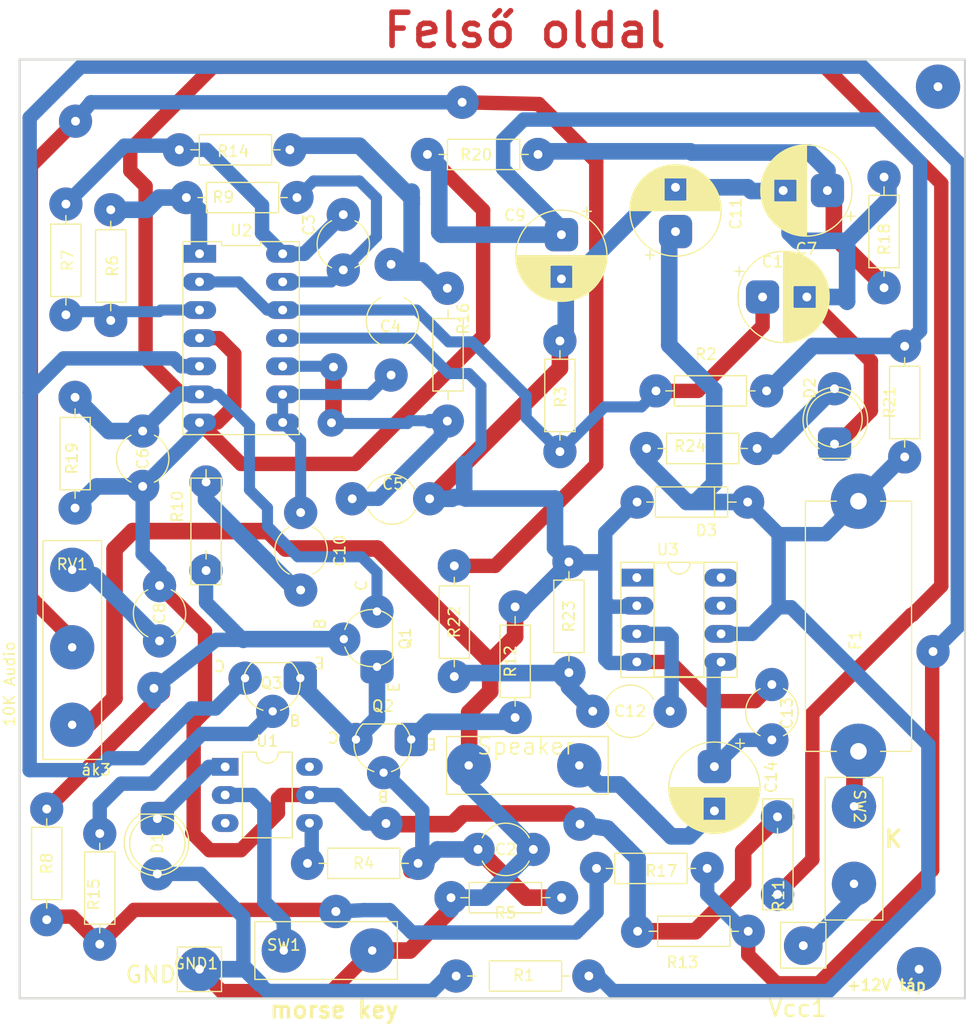
<source format=kicad_pcb>
(kicad_pcb (version 20221018) (generator pcbnew)
  (title_block (title "Sidetone-morse-voice-generator") (date "2024-02-06") (rev "0"))
  (layers (0 "F.Cu" signal) (31 "B.Cu" signal) (34 "B.Paste" user) (35 "F.Paste" user) (36 "B.SilkS" user "B.Silkscreen") (37 "F.SilkS" user "F.Silkscreen") (38 "B.Mask" user) (39 "F.Mask" user) (44 "Edge.Cuts" user))
  (net 0 "")
  (net 1 "GNDD")
  (net 2 "Net-(U2D--)")
  (net 3 "Net-(C4-Pad2)")
  (net 4 "VCC")
  (net 5 "Net-(4-8ohm1-Pad1)")
  (net 6 "Net-(SW2A-A)")
  (net 7 "Net-(Q1-E)")
  (net 8 "Net-(R4-Pad1)")
  (net 9 "Net-(D2-A)")
  (footprint "000_Other_Device:Kapcsolo_Pad_Group_2Pin_P7mm" (layer "F.Cu") (at 180.743045 119.713678 -90)
    (fp_text reference "SW2")
    (fp_text value "On/off")
  )
  (footprint "000_Capacitor:C_Radial_Ceramic_D4.5mm_P5.00mm" (layer "F.Cu") (at 146.74984 123.604873)
    (fp_text reference "C2")
    (fp_text value "20nF")
  )
  (footprint "000_Capacitor:C_Radial_Ceramic_D4.5mm_P5.00mm" (layer "F.Cu") (at 116.422968 85.809106 -90)
    (fp_text reference "C6")
    (fp_text value "10nF")
  )
  (footprint "000_Resistor:R_Axial_L6.3mm_D2.5mm_P10.0mm_Horizontal" (layer "F.Cu") (at 144.600644 97.988043 -90)
    (fp_text reference "R22")
    (fp_text value "15K")
  )
  (footprint "000_IC:DIP-14_LM324" (layer "F.Cu") (at 125.322726 77.41613 -90)
    (fp_text reference "U2")
    (fp_text value "LM324")
  )
  (footprint "000_Diode:LED_D5.0mm_P5.0_Clear" (layer "F.Cu") (at 178.984282 86.98656 90)
    (fp_text reference "D2")
    (fp_text value "Power (Green)")
  )
  (footprint "000_Capacitor:C_Radial_Ceramic_D4.5mm_P5.00mm" (layer "F.Cu") (at 130.708565 93.173503 -90)
    (fp_text reference "C10")
    (fp_text value "100nF")
  )
  (footprint "000_Capacitor:CP_Radial_Elektrolit_D8.0mm_P4.0mm_H12" (layer "F.Cu") (at 168.120967 116.126121 -90)
    (fp_text reference "C14")
    (fp_text value "100uF/16V")
  )
  (footprint "000_Transistor:TO-92_Kis_Muanyag_Hazas_Transistor" (layer "F.Cu") (at 137.610415 107.10758 90)
    (fp_text reference "Q1")
    (fp_text value "2N3904")
  )
  (footprint "000_Capacitor:CP_Radial_Elektrolit_D8.0mm_P4.0mm_H12" (layer "F.Cu") (at 172.47896 73.698186)
    (fp_text reference "C1")
    (fp_text value "100uF/16V")
  )
  (footprint "000_Resistor:R_Axial_L6.3mm_D2.5mm_P10.0mm_Horizontal" (layer "F.Cu") (at 171.13035 92.225684 180)
    (fp_text reference "D3")
    (fp_text value "1N4001")
  )
  (footprint "000_Other_Device:+Vcc" (layer "F.Cu") (at 176.159094 132.30012)
    (fp_text reference "Vcc1")
    (fp_text value "~")
  )
  (footprint "000_Resistor:Potenciometer_4Pin_P7mm" (layer "F.Cu") (at 110.048457 98.34688)
    (fp_text reference "RV1")
    (fp_text value "10K Audio")
  )
  (footprint "000_Resistor:R_Axial_L6.3mm_D2.5mm_P10.0mm_Horizontal" (layer "F.Cu") (at 113.535471 65.818378 -90)
    (fp_text reference "R6")
    (fp_text value "100K")
  )
  (footprint "000_Resistor:R_Axial_L6.3mm_D2.5mm_P10.0mm_Horizontal" (layer "F.Cu") (at 168.588925 79.780778 180)
    (fp_text reference "R2")
    (fp_text value "10 K")
  )
  (footprint "000_Resistor:R_Axial_L6.3mm_D2.5mm_P10.0mm_Horizontal" (layer "F.Cu") (at 173.828383 120.666682 -90)
    (fp_text reference "R11")
    (fp_text value "22 K")
  )
  (footprint "000_Capacitor:CP_Radial_Elektrolit_D8.0mm_P4.0mm_H12" (layer "F.Cu") (at 164.603632 67.789187 90)
    (fp_text reference "C11")
    (fp_text value "100uF/16V")
  )
  (footprint "000_Resistor:R_Axial_L6.3mm_D2.5mm_P10.0mm_Horizontal" (layer "F.Cu") (at 161.984638 87.38472)
    (fp_text reference "R24")
    (fp_text value "1K")
  )
  (footprint "000_Other_Device:GND" (layer "F.Cu") (at 121.553917 134.428221)
    (fp_text reference "GND1")
    (fp_text value "~")
  )
  (footprint "000_Resistor:R_Axial_L6.3mm_D2.5mm_P10.0mm_Horizontal" (layer "F.Cu") (at 110.309461 82.765955 -90)
    (fp_text reference "R19")
    (fp_text value "10K")
  )
  (footprint "000_Other_Device:Fuseholder_22x10mm_Horizontal" (layer "F.Cu") (at 181.147118 92.14518 -90)
    (fp_text reference "F1")
    (fp_text value "1A")
  )
  (footprint "000_Resistor:R_Axial_L6.3mm_D2.5mm_P10.0mm_Horizontal" (layer "F.Cu") (at 112.541402 132.175092 90)
    (fp_text reference "R15")
    (fp_text value "330")
  )
  (footprint "000_Resistor:R_Axial_L6.3mm_D2.5mm_P10.0mm_Horizontal" (layer "F.Cu") (at 150.051694 125.565134 180)
    (fp_text reference "R5")
    (fp_text value "220 K")
  )
  (footprint "000_Resistor:R_Axial_L6.3mm_D2.5mm_P10.0mm_Horizontal" (layer "F.Cu") (at 142.171406 60.819605)
    (fp_text reference "R20")
    (fp_text value "10K")
  )
  (footprint "000_Resistor:R_Axial_L6.3mm_D2.5mm_P10.0mm_Horizontal" (layer "F.Cu") (at 107.745951 129.955298 90)
    (fp_text reference "R8")
    (fp_text value "330")
  )
  (footprint "000_Transistor:TO-92_Kis_Muanyag_Hazas_Transistor" (layer "F.Cu") (at 130.679481 108.134089 180)
    (fp_text reference "Q3")
    (fp_text value "2N3904")
  )
  (footprint "000_Capacitor:CP_Radial_Elektrolit_D8.0mm_P4.0mm_H12" (layer "F.Cu") (at 154.286942 68.069395 -90)
    (fp_text reference "C9")
    (fp_text value "100uF/16V")
  )
  (footprint "000_Diode:LED_D5.0mm_P5.0_Clear" (layer "F.Cu") (at 117.746979 120.816214 -90)
    (fp_text reference "D1")
    (fp_text value "Red")
  )
  (footprint "000_Resistor:R_Axial_L6.3mm_D2.5mm_P10.0mm_Horizontal" (layer "F.Cu") (at 185.326997 78.147339 -90)
    (fp_text reference "R21")
    (fp_text value "10")
  )
  (footprint "000_Resistor:R_Axial_L6.3mm_D2.5mm_P10.0mm_Horizontal" (layer "F.Cu") (at 154.967318 107.630072 90)
    (fp_text reference "R23")
    (fp_text value "1K")
  )
  (footprint "000_Resistor:R_Axial_L6.3mm_D2.5mm_P10.0mm_Horizontal" (layer "F.Cu") (at 143.968773 72.910607 -90)
    (fp_text reference "R16")
    (fp_text value "33K")
  )
  (footprint "000_Resistor:R_Axial_L6.3mm_D2.5mm_P10.0mm_Horizontal" (layer "F.Cu") (at 144.768496 135.043813)
    (fp_text reference "R1")
    (fp_text value "750")
  )
  (footprint "000_Resistor:R_Axial_L6.3mm_D2.5mm_P10.0mm_Horizontal" (layer "F.Cu") (at 131.327418 124.865887)
    (fp_text reference "R4")
    (fp_text value "220 K")
  )
  (footprint "000_Resistor:R_Axial_L6.3mm_D2.5mm_P10.0mm_Horizontal" (layer "F.Cu") (at 119.734665 60.400678)
    (fp_text reference "R14")
    (fp_text value "33K")
  )
  (footprint "000_Resistor:R_Axial_L6.3mm_D2.5mm_P10.0mm_Horizontal" (layer "F.Cu") (at 150.101385 111.693281 90)
    (fp_text reference "R12")
    (fp_text value "22 K")
  )
  (footprint "000_Resistor:R_Axial_L6.3mm_D2.5mm_P10.0mm_Horizontal" (layer "F.Cu") (at 161.178794 131.00135)
    (fp_text reference "R13")
    (fp_text value "22 K")
  )
  (footprint "000_Resistor:R_Axial_L6.3mm_D2.5mm_P10.0mm_Horizontal" (layer "F.Cu") (at 109.480375 65.305297 -90)
    (fp_text reference "R7")
    (fp_text value "47K")
  )
  (footprint "000_Resistor:R_Axial_L6.3mm_D2.5mm_P10.0mm_Horizontal" (layer "F.Cu") (at 183.462339 72.864141 90)
    (fp_text reference "R18")
    (fp_text value "10K")
  )
  (footprint "000_IC:DIP-8_W7.62mm_Socket_LongPads" (layer "F.Cu") (at 161.105255 99.052268)
    (fp_text reference "U3")
    (fp_text value "LM386")
  )
  (footprint "000_Resistor:R_Axial_L6.3mm_D2.5mm_P10.0mm_Horizontal" (layer "F.Cu") (at 154.152687 87.670682 90)
    (fp_text reference "R3")
    (fp_text value "10 K")
  )
  (footprint "000_Resistor:R_Axial_L6.3mm_D2.5mm_P10.0mm_Horizontal" (layer "F.Cu") (at 122.155786 98.411625 90)
    (fp_text reference "R10")
    (fp_text value "10K")
  )
  (footprint "000_Capacitor:CP_Radial_Elektrolit_D8.0mm_P4.0mm_H12" (layer "F.Cu") (at 178.339318 64.080788 180)
    (fp_text reference "C7")
    (fp_text value "100uF/16V")
  )
  (footprint "000_Capacitor:C_Radial_Ceramic_D4.5mm_P5.00mm" (layer "F.Cu") (at 117.947356 99.771272 -90)
    (fp_text reference "C8")
    (fp_text value "100nF")
  )
  (footprint "000_Capacitor:C_Radial_Ceramic_D4.5mm_P5.00mm" (layer "F.Cu") (at 173.315554 113.710216 90)
    (fp_text reference "C13")
    (fp_text value "200nF")
  )
  (footprint "000_Capacitor:C_Radial_Ceramic_D4.5mm_P5.00mm" (layer "F.Cu") (at 134.562726 66.25613 -90)
    (fp_text reference "C3")
    (fp_text value "10 nF" hide)
  )
  (footprint "000_Resistor:R_Axial_L6.3mm_D2.5mm_P10.0mm_Horizontal" (layer "F.Cu") (at 120.372726 64.71613)
    (fp_text reference "R9")
    (fp_text value "100K" hide)
  )
  (footprint "000_Capacitor:C_Radial_Ceramic_D4.5mm_P5.00mm" (layer "F.Cu") (at 138.887186 80.752698 90)
    (fp_text reference "C4")
    (fp_text value "20nF")
  )
  (footprint "000_Other_Device:Morse_Key_Pad_Group_2Pin_P7mm" (layer "F.Cu") (at 129.180025 132.741698)
    (fp_text reference "SW1")
    (fp_text value "morse key" hide)
  )
  (footprint "000_Transistor:TO-92_Kis_Muanyag_Hazas_Transistor" (layer "F.Cu") (at 140.708565 113.673503 180)
    (fp_text reference "Q2")
    (fp_text value "2N3904")
  )
  (footprint "000_IC:DIP-6_W7.62mm_LongPads" (layer "F.Cu") (at 123.883565 116.148503)
    (fp_text reference "U1")
    (fp_text value "4N35")
  )
  (footprint "000_Other_Device:Hangszoro" (layer "F.Cu") (at 155.903616 116.016911 180)
    (fp_text reference "4-8ohm1" hide)
    (fp_text value "Speaker")
  )
  (footprint "000_Resistor:R_Axial_L6.3mm_D2.5mm_P10.0mm_Horizontal" (layer "F.Cu") (at 167.463245 125.322662 180)
    (fp_text reference "R17")
    (fp_text value "10K")
  )
  (footprint "000_Capacitor:C_Radial_Ceramic_D4.5mm_P5.00mm" (layer "F.Cu") (at 157.120967 111.126121)
    (fp_text reference "C12")
    (fp_text value "100nF")
  )
  (footprint "000_Capacitor:C_Radial_Ceramic_D4.5mm_P5.00mm" (layer "F.Cu") (at 135.370586 91.927904)
    (fp_text reference "C5")
    (fp_text value "10nF")
  )
  (gr_rect (start 105.296721 52.243716) (end 190.783333 137.05472) (stroke (width 0.2)) (fill none) (layer "Edge.Cuts"))
  (gr_text "Felső oldal" (at 137.931416 51.367277) (layer "F.Cu") (effects (font (size 3 3) (thickness 0.5) bold) (justify left bottom)))
  (gr_text "morse key" (at 127.769296 138.974761) (layer "F.SilkS") (effects (font (size 1.5 1.5) (thickness 0.3) bold) (justify left bottom)))
  (gr_text "GND" (at 114.743534 135.78961) (layer "F.SilkS") (effects (font (size 1.5 1.5) (thickness 0.2) bold) (justify left bottom)))
  (gr_text "+12V táp" (at 179.969277 136.460887) (layer "F.SilkS") (effects (font (size 1 1) (thickness 0.2) bold) (justify left bottom)))
  (gr_text "K" (at 183.353045 123.543678) (layer "F.SilkS") (effects (font (size 1.5 1.5) (thickness 0.3) bold) (justify left bottom)))
  (gr_text "ák3" (at 110.780967 116.993503) (layer "F.SilkS") (effects (font (size 1 1)) (justify left bottom)))
  (via (at 188.341527 54.699263) (size 4) (drill 0.8) (layers "F.Cu" "B.Cu") (net 0))
  (via (at 186.629326 134.427978) (size 4) (drill 0.8) (layers "F.Cu" "B.Cu") (net 0))
  (segment (start 151.110101 127.965134) (end 146.74984 123.604873) (width 1.5) (layer "F.Cu") (net 1))
  (segment (start 154.680063 72.462516) (end 154.286942 72.069395) (width 1.5) (layer "F.Cu") (net 1))
  (segment (start 178.923618 68.178024) (end 183.462339 72.716745) (width 1.5) (layer "F.Cu") (net 1))
  (segment (start 161.759068 87.254086) (end 161.688254 87.183272) (width 1.5) (layer "F.Cu") (net 1))
  (segment (start 155.968361 121.326008) (end 156.204911 121.714228) (width 1.5) (layer "F.Cu") (net 1))
  (segment (start 116.685471 63.68518) (end 116.685471 79.243698) (width 1.3) (layer "F.Cu") (net 1))
  (segment (start 166.631824 82.180778) (end 162.838925 82.180778) (width 1.3) (layer "F.Cu") (net 1))
  (segment (start 133.741895 129.067328) (end 115.649166 129.067328) (width 1.3) (layer "F.Cu") (net 1))
  (segment (start 115.300778 60.379792) (end 115.300778 62.300487) (width 1.3) (layer "F.Cu") (net 1))
  (segment (start 154.967318 97.630072) (end 155.010749 97.673503) (width 1.5) (layer "F.Cu") (net 1))
  (segment (start 138.208565 116.673503) (end 138.303319 116.673503) (width 1.3) (layer "F.Cu") (net 1))
  (segment (start 122.058565 103.882481) (end 122.058565 111.133929) (width 1.3) (layer "F.Cu") (net 1))
  (segment (start 176.978383 111.347951) (end 185.914039 102.412295) (width 1.3) (layer "F.Cu") (net 1))
  (segment (start 135.646703 88.777904) (end 125.3045 88.777904) (width 1.3) (layer "F.Cu") (net 1))
  (segment (start 173.828383 120.666682) (end 170.722016 123.773049) (width 1.5) (layer "F.Cu") (net 1))
  (segment (start 154.286942 68.069395) (end 154.991211 67.365126) (width 1.5) (layer "F.Cu") (net 1))
  (segment (start 111.330543 112.488108) (end 113.879145 109.939506) (width 1.5) (layer "F.Cu") (net 1))
  (segment (start 167.659835 110.210216) (end 164.121887 106.672268) (width 1.3) (layer "F.Cu") (net 1))
  (segment (start 170.722016 126.675876) (end 166.396542 131.00135) (width 1.5) (layer "F.Cu") (net 1))
  (segment (start 181.147118 92.09997) (end 181.147118 92.14518) (width 1.5) (layer "F.Cu") (net 1))
  (segment (start 157.436942 88.8412) (end 157.436942 61.462422) (width 1.3) (layer "F.Cu") (net 1))
  (segment (start 168.725255 106.672268) (end 169.186077 106.672268) (width 1.3) (layer "F.Cu") (net 1))
  (segment (start 122.468742 123.678503) (end 125.298388 123.678503) (width 1.3) (layer "F.Cu") (net 1))
  (segment (start 173.315554 108.710216) (end 171.815554 110.210216) (width 1.3) (layer "F.Cu") (net 1))
  (segment (start 121.562726 77.41613) (end 123.294112 77.41613) (width 1.3) (layer "F.Cu") (net 1))
  (segment (start 164.603632 67.789187) (end 164.037976 68.354843) (width 1.5) (layer "F.Cu") (net 1))
  (segment (start 182.270967 83.976121) (end 179.260528 86.98656) (width 1.3) (layer "F.Cu") (net 1))
  (segment (start 144.43251 121.326008) (end 138.810916 121.326008) (width 1.5) (layer "F.Cu") (net 1))
  (segment (start 188.633333 63.432966) (end 178.094083 52.893716) (width 1.3) (layer "F.Cu") (net 1))
  (segment (start 157.436942 61.462422) (end 152.236525 56.262005) (width 1.3) (layer "F.Cu") (net 1))
  (segment (start 124.712726 83.510953) (end 123.187549 85.03613) (width 1.3) (layer "F.Cu") (net 1))
  (segment (start 113.565311 110.25334) (end 113.879145 109.939506) (width 1.5) (layer "F.Cu") (net 1))
  (segment (start 172.47896 73.698186) (end 172.47896 76.333642) (width 1.3) (layer "F.Cu") (net 1))
  (segment (start 170.812861 131.00135) (end 171.178794 131.00135) (width 1.3) (layer "F.Cu") (net 1))
  (segment (start 164.121887 106.672268) (end 161.105255 106.672268) (width 1.3) (layer "F.Cu") (net 1))
  (segment (start 152.171406 60.819605) (end 152.451824 60.539187) (width 1.5) (layer "F.Cu") (net 1))
  (segment (start 142.171406 60.819605) (end 147.208659 65.856858) (width 1.3) (layer "F.Cu") (net 1))
  (segment (start 117.440124 109.056455) (end 118.249437 109.488089) (width 1.3) (layer "F.Cu") (net 1))
  (segment (start 178.923618 64.665088) (end 178.923618 68.178024) (width 1.5) (layer "F.Cu") (net 1))
  (segment (start 182.270967 79.490193) (end 182.270967 83.976121) (width 1.3) (layer "F.Cu") (net 1))
  (segment (start 115.300778 62.300487) (end 116.685471 63.68518) (width 1.3) (layer "F.Cu") (net 1))
  (segment (start 173.828383 127.666682) (end 176.978383 124.516682) (width 1.3) (layer "F.Cu") (net 1))
  (segment (start 171.178794 131.00135) (end 171.178794 133.146878) (width 1.3) (layer "F.Cu") (net 1))
  (segment (start 172.47896 76.333642) (end 166.631824 82.180778) (width 1.3) (layer "F.Cu") (net 1))
  (segment (start 121.033565 112.158929) (end 121.033565 122.243326) (width 1.3) (layer "F.Cu") (net 1))
  (segment (start 113.879145 96.496561) (end 115.52506 94.850646) (width 1.5) (layer "F.Cu") (net 1))
  (segment (start 128.653565 120.323326) (end 128.653565 119.038503) (width 1.3) (layer "F.Cu") (net 1))
  (segment (start 170.722016 123.773049) (end 170.722016 126.675876) (width 1.5) (layer "F.Cu") (net 1))
  (segment (start 154.286942 67.389914) (end 154.286942 68.069395) (width 1.3) (layer "F.Cu") (net 1))
  (segment (start 117.947356 99.771272) (end 122.058565 103.882481) (width 1.3) (layer "F.Cu") (net 1))
  (segment (start 106.309126 61.856775) (end 106.309126 100.868881) (width 1.3) (layer "F.Cu") (net 1))
  (segment (start 119.734665 60.400678) (end 119.363478 60.029491) (width 1.3) (layer "F.Cu") (net 1))
  (segment (start 115.649166 129.067328) (end 112.541402 132.175092) (width 1.3) (layer "F.Cu") (net 1))
  (segment (start 154.967318 97.630072) (end 154.967318 97.736659) (width 1.5) (layer "F.Cu") (net 1))
  (segment (start 133.675323 80.023102) (end 133.675323 84.884049) (width 1.5) (layer "F.Cu") (net 1))
  (segment (start 154.301694 127.965134) (end 151.110101 127.965134) (width 1.5) (layer "F.Cu") (net 1))
  (segment (start 173.732036 135.70012) (end 177.576128 135.70012) (width 1.3) (layer "F.Cu") (net 1))
  (segment (start 176.978383 124.516682) (end 176.978383 111.347951) (width 1.3) (layer "F.Cu") (net 1))
  (segment (start 110.350014 57.815887) (end 106.309126 61.856775) (width 1.3) (layer "F.Cu") (net 1))
  (segment (start 122.468742 123.678503) (end 120.896979 122.10674) (width 1.3) (layer "F.Cu") (net 1))
  (segment (start 147.850644 106.641848) (end 147.850644 109.334238) (width 1.5) (layer "F.Cu") (net 1))
  (segment (start 147.850644 109.334238) (end 145.946839 111.238043) (width 1.5) (layer "F.Cu") (net 1))
  (segment (start 154.152687 80.145803) (end 142.370586 91.927904) (width 1.5) (layer "F.Cu") (net 1))
  (segment (start 144.600644 97.988043) (end 148.290099 97.988043) (width 1.3) (layer "F.Cu") (net 1))
  (segment (start 141.327418 124.865887) (end 141.815649 124.865887) (width 1.5) (layer "F.Cu") (net 1))
  (segment (start 174.339318 64.080788) (end 174.923618 64.665088) (width 1.5) (layer "F.Cu") (net 1))
  (segment (start 157.472016 125.329681) (end 157.600577 125.458242) (width 1.5) (layer "F.Cu") (net 1))
  (segment (start 183.854318 63.25612) (end 183.462339 62.864141) (width 1.5) (layer "F.Cu") (net 1))
  (segment (start 123.530416 136.40472) (end 121.553917 134.428221) (width 1.3) (layer "F.Cu") (net 1))
  (segment (start 116.685471 79.243698) (end 119.847903 82.40613) (width 1.3) (layer "F.Cu") (net 1))
  (segment (start 121.552726 69.78613) (end 121.562726 69.78613) (width 1.5) (layer "F.Cu") (net 1))
  (segment (start 176.47896 73.698186) (end 182.270967 79.490193) (width 1.3) (layer "F.Cu") (net 1))
  (segment (start 188.633333 99.803019) (end 188.633333 63.432966) (width 1.3) (layer "F.Cu") (net 1))
  (segment (start 129.36237 96.423503) (end 137.632299 96.423503) (width 1.5) (layer "F.Cu") (net 1))
  (segment (start 145.403645 120.354873) (end 144.43251 121.326008) (width 1.5) (layer "F.Cu") (net 1))
  (segment (start 113.879145 109.939506) (end 113.879145 96.496561) (width 1.5) (layer "F.Cu") (net 1))
  (segment (start 122.786854 52.893716) (end 115.300778 60.379792) (width 1.3) (layer "F.Cu") (net 1))
  (segment (start 106.309126 100.868881) (end 110.048457 104.608212) (width 1.3) (layer "F.Cu") (net 1))
  (segment (start 152.236525 56.262005) (end 145.312354 56.106617) (width 1.3) (layer "F.Cu") (net 1))
  (segment (start 127.789513 94.850646) (end 129.36237 96.423503) (width 1.5) (layer "F.Cu") (net 1))
  (segment (start 164.255255 110.991833) (end 164.120967 111.126121) (width 1.3) (layer "F.Cu") (net 1))
  (segment (start 166.396542 131.00135) (end 161.178794 131.00135) (width 1.5) (layer "F.Cu") (net 1))
  (segment (start 185.326997 88.147339) (end 185.099749 88.147339) (width 1.5) (layer "F.Cu") (net 1))
  (segment (start 171.178794 133.146878) (end 173.732036 135.70012) (width 1.3) (layer "F.Cu") (net 1))
  (segment (start 148.290099 97.988043) (end 157.436942 88.8412) (width 1.3) (layer "F.Cu") (net 1))
  (segment (start 110.047998 129.681688) (end 108.019561 129.681688) (width 1.3) (layer "F.Cu") (net 1))
  (segment (start 110.350014 57.815887) (end 110.116932 57.738193) (width 1.3) (layer "F.Cu") (net 1))
  (segment (start 182.062955 93.061017) (end 181.147118 92.14518) (width 1.5) (layer "F.Cu") (net 1))
  (segment (start 115.52506 94.850646) (end 127.789513 94.850646) (width 1.5) (layer "F.Cu") (net 1))
  (segment (start 130.283944 100.173503) (end 130.708565 100.173503) (width 1.5) (layer "F.Cu") (net 1))
  (segment (start 145.946839 111.238043) (end 145.946839 116.138502) (width 1.5) (layer "F.Cu") (net 1))
  (segment (start 109.480375 75.305297) (end 109.760074 75.025598) (width 1) (layer "F.Cu") (net 1))
  (segment (start 123.294112 77.41613) (end 124.712726 78.834744) (width 1.3) (layer "F.Cu") (net 1))
  (segment (start 157.120967 111.085905) (end 157.120967 111.126121) (width 1.5) (layer "F.Cu") (net 1))
  (segment (start 187.813208 125.46304) (end 187.813208 105.806436) (width 1.3) (layer "F.Cu") (net 1))
  (segment (start 124.712726 78.834744) (end 124.712726 83.510953) (width 1.3) (layer "F.Cu") (net 1))
  (segment (start 121.562726 79.95613) (end 121.372551 79.765955) (width 1) (layer "F.Cu") (net 1))
  (segment (start 150.101385 101.693281) (end 150.101385 104.391107) (width 1.5) (layer "F.Cu") (net 1))
  (segment (start 122.058565 111.133929) (end 121.033565 112.158929) (width 1.3) (layer "F.Cu") (net 1))
  (segment (start 112.742691 75.025598) (end 113.535471 75.818378) (width 1) (layer "F.Cu") (net 1))
  (segment (start 185.326997 78.147339) (end 185.305779 78.126121) (width 1.5) (layer "F.Cu") (net 1))
  (segment (start 125.3045 88.777904) (end 121.562726 85.03613) (width 1.3) (layer "F.Cu") (net 1))
  (segment (start 131.503565 118.688503) (end 129.003565 118.688503) (width 1.3) (layer "F.Cu") (net 1))
  (segment (start 147.208659 77.215948) (end 135.646703 88.777904) (width 1.3) (layer "F.Cu") (net 1))
  (segment (start 154.997226 120.354873) (end 145.403645 120.354873) (width 1.5) (layer "F.Cu") (net 1))
  (segment (start 168.058565 116.063719) (end 168.120967 116.126121) (width 1.3) (layer "F.Cu") (net 1))
  (segment (start 185.914039 102.412295) (end 186.024057 102.412295) (width 1.3) (layer "F.Cu") (net 1))
  (segment (start 117.440124 110.261125) (end 107.745951 119.955298) (width 1.3) (layer "F.Cu") (net 1))
  (segment (start 147.208659 65.856858) (end 147.208659 77.215948) (width 1.3) (layer "F.Cu") (net 1))
  (segment (start 144.301694 129.017197) (end 140.577193 132.741698) (width 1.5) (layer "F.Cu") (net 1))
  (segment (start 161.688254 87.183272) (end 161.688254 88.290629) (width 1.5) (layer "F.Cu") (net 1))
  (segment (start 186.024057 102.412295) (end 188.633333 99.803019) (width 1.3) (layer "F.Cu") (net 1))
  (segment (start 154.152687 77.670682) (end 154.152687 80.145803) (width 1.5) (layer "F.Cu") (net 1))
  (segment (start 178.094083 52.893716) (end 122.786854 52.893716) (width 1.3) (layer "F.Cu") (net 1))
  (segment (start 121.033565 122.243326) (end 122.468742 123.678503) (width 1.3) (layer "F.Cu") (net 1))
  (segment (start 112.541402 132.175092) (end 110.047998 129.681688) (width 1.3) (layer "F.Cu") (net 1))
  (segment (start 154.152687 77.670682) (end 154.680063 77.143306) (width 1.5) (layer "F.Cu") (net 1))
  (segment (start 141.327418 124.865887) (end 140.628616 125.564689) (width 1.3) (layer "F.Cu") (net 1))
  (segment (start 150.101385 104.391107) (end 147.850644 106.641848) (width 1.5) (layer "F.Cu") (net 1))
  (segment (start 133.517003 136.40472) (end 123.530416 136.40472) (width 1.3) (layer "F.Cu") (net 1))
  (segment (start 121.512242 69.745646) (end 121.552726 69.78613) (width 1.5) (layer "F.Cu") (net 1))
  (segment (start 172.838925 82.180778) (end 172.838925 82.047393) (width 1.3) (layer "F.Cu") (net 1))
  (segment (start 137.180025 132.741698) (end 133.517003 136.40472) (width 1.3) (layer "F.Cu") (net 1))
  (segment (start 171.815554 110.210216) (end 167.659835 110.210216) (width 1.3) (layer "F.Cu") (net 1))
  (segment (start 151.010696 101.693281) (end 150.101385 101.693281) (width 1.5) (layer "F.Cu") (net 1))
  (segment (start 137.632299 96.423503) (end 147.850644 106.641848) (width 1.5) (layer "F.Cu") (net 1))
  (segment (start 154.967318 107.630072) (end 154.923887 107.673503) (width 1.5) (layer "F.Cu") (net 1))
  (segment (start 163.568096 63.789187) (end 164.603632 63.789187) (width 1.5) (layer "F.Cu") (net 1))
  (segment (start 144.915184 107.673503) (end 144.600644 107.988043) (width 1.5) (layer "F.Cu") (net 1))
  (segment (start 141.708565 124.48474) (end 141.327418 124.865887) (width 1.3) (layer "F.Cu") (net 1))
  (segment (start 125.298388 123.678503) (end 128.653565 120.323326) (width 1.3) (layer "F.Cu") (net 1))
  (segment (start 150.101385 111.693281) (end 149.720271 112.074395) (width 1.5) (layer "F.Cu") (net 1))
  (segment (start 128.653565 119.038503) (end 129.003565 118.688503) (width 1.3) (layer "F.Cu") (net 1))
  (segment (start 140.577193 132.741698) (end 137.180025 132.741698) (width 1.5) (layer "F.Cu") (net 1))
  (segment (start 177.576128 135.70012) (end 187.813208 125.46304) (width 1.3) (layer "F.Cu") (net 1))
  (segment (start 133.891323 129.216756) (end 133.843959 129.091698) (width 1.3) (layer "F.Cu") (net 1))
  (via (at 138.422445 121.261263) (size 3) (drill 0.8) (layers "F.Cu" "B.Cu") (net 1))
  (via (at 133.891323 129.216756) (size 3) (drill 0.8) (layers "F.Cu" "B.Cu") (net 1))
  (via (at 117.440124 109.056455) (size 3) (drill 0.8) (layers "F.Cu" "B.Cu") (net 1))
  (via (at 133.49694 85.062432) (size 2.5) (drill 0.8) (layers "F.Cu" "B.Cu") (net 1))
  (via (at 110.350014 57.815887) (size 3) (drill 0.8) (layers "F.Cu" "B.Cu") (net 1))
  (via (at 187.890902 105.728742) (size 3) (drill 0.8) (layers "F.Cu" "B.Cu") (net 1))
  (via (at 133.891323 129.216756) (size 3) (drill 0.8) (layers "F.Cu" "B.Cu") (net 1))
  (via (at 155.968361 121.326008) (size 3) (drill 0.8) (layers "F.Cu" "B.Cu") (net 1))
  (via (at 145.312354 56.106617) (size 3) (drill 0.8) (layers "F.Cu" "B.Cu") (net 1))
  (via (at 133.675323 80.023102) (size 2.5) (drill 0.8) (layers "F.Cu" "B.Cu") (net 1))
  (segment (start 145.493449 91.776453) (end 144.549958 91.776453) (width 1.5) (layer "B.Cu") (net 1))
  (segment (start 176.47896 73.698186) (end 179.693032 73.698186) (width 1.5) (layer "B.Cu") (net 1))
  (segment (start 181.501403 52.893716) (end 190.133333 61.525646) (width 1.3) (layer "B.Cu") (net 1))
  (segment (start 126.082726 91.118613) (end 127.708565 92.744452) (width 1) (layer "B.Cu") (net 1))
  (segment (start 161.518321 83.63065) (end 163.078001 82.07097) (width 1) (layer "B.Cu") (net 1))
  (segment (start 123.291071 82.49613) (end 126.082726 85.287785) (width 1) (layer "B.Cu") (net 1))
  (segment (start 144.117943 80.616427) (end 145.917234 80.616427) (width 1) (layer "B.Cu") (net 1))
  (segment (start 185.099749 88.147339) (end 181.147118 92.09997) (width 1.5) (layer "B.Cu") (net 1))
  (segment (start 157.472016 129.249585) (end 155.606467 131.115134) (width 1.3) (layer "B.Cu") (net 1))
  (segment (start 143.243988 61.892187) (end 143.243988 67.873814) (width 1.5) (layer "B.Cu") (net 1))
  (segment (start 140.917646 77.41613) (end 144.117943 80.616427) (width 1) (layer "B.Cu") (net 1))
  (segment (start 130.708565 86.661969) (end 130.708565 93.173503) (width 1) (layer "B.Cu") (net 1))
  (segment (start 127.708565 92.744452) (end 127.708565 94.416144) (width 1) (layer "B.Cu") (net 1))
  (segment (start 143.390016 85.290728) (end 143.390016 86.261905) (width 1.3) (layer "B.Cu") (net 1))
  (segment (start 106.204864 82.322279) (end 106.204864 116.445524) (width 1.3) (layer "B.Cu") (net 1))
  (segment (start 125.530025 134.253578) (end 125.530025 129.702591) (width 1.3) (layer "B.Cu") (net 1))
  (segment (start 142.614485 136.391698) (end 127.668145 136.391698) (width 1.3) (layer "B.Cu") (net 1))
  (segment (start 130.463037 97.170616) (end 136.205678 97.170616) (width 1) (layer "B.Cu") (net 1))
  (segment (start 121.643648 125.816214) (end 117.746979 125.816214) (width 1.3) (layer "B.Cu") (net 1))
  (segment (start 154.967318 97.630072) (end 153.708565 96.371319) (width 1.5) (layer "B.Cu") (net 1))
  (segment (start 129.082726 79.95613) (end 132.536663 79.95613) (width 1) (layer "B.Cu") (net 1))
  (segment (start 121.562726 82.49613) (end 119.735944 82.49613) (width 1.3) (layer "B.Cu") (net 1))
  (segment (start 145.493449 88.788502) (end 145.493449 91.776453) (width 1.5) (layer "B.Cu") (net 1))
  (segment (start 143.076663 123.604873) (end 146.74984 123.604873) (width 1.5) (layer "B.Cu") (net 1))
  (segment (start 165.616788 92.219163) (end 166.42682 92.219163) (width 1.5) (layer "B.Cu") (net 1))
  (segment (start 127.004793 135.728345) (end 125.530025 134.253578) (width 1.3) (layer "B.Cu") (net 1))
  (segment (start 138.422445 121.261263) (end 138.681426 121.326008) (width 1.5) (layer "B.Cu") (net 1))
  (segment (start 120.820478 110.873503) (end 123.008565 110.873503) (width 1.3) (layer "B.Cu") (net 1))
  (segment (start 168.058565 107.338958) (end 168.058565 116.063719) (width 1.3) (layer "B.Cu") (net 1))
  (segment (start 183.462339 72.716745) (end 183.462339 72.864141) (width 1.5) (layer "B.Cu") (net 1))
  (segment (start 138.303319 116.673503) (end 141.708565 120.078749) (width 1.3) (layer "B.Cu") (net 1))
  (segment (start 119.363478 60.029491) (end 114.756181 60.029491) (width 1.3) (layer "B.Cu") (net 1))
  (segment (start 178.339318 62.256776) (end 178.339318 64.080788) (width 1.5) (layer "B.Cu") (net 1))
  (segment (start 178.166177 95.126121) (end 181.147118 92.14518) (width 1.3) (layer "B.Cu") (net 1))
  (segment (start 163.905255 104.132268) (end 164.255255 104.482268) (width 1.3) (layer "B.Cu") (net 1))
  (segment (start 126.208565 113.173503) (end 121.773169 113.173503) (width 1.3) (layer "B.Cu") (net 1))
  (segment (start 106.204864 82.322279) (end 106.204864 57.506264) (width 1.3) (layer "B.Cu") (net 1))
  (segment (start 156.776488 134.229695) (end 158.951513 136.40472) (width 1.3) (layer "B.Cu") (net 1))
  (segment (start 143.968773 84.910607) (end 140.585184 84.869506) (width 1) (layer "B.Cu") (net 1))
  (segment (start 144.082642 77.752698) (end 146.227314 77.752698) (width 1) (layer "B.Cu") (net 1))
  (segment (start 122.155786 91.411625) (end 122.155786 92.045345) (width 1.5) (layer "B.Cu") (net 1))
  (segment (start 116.806887 65.818378) (end 113.535471 65.818378) (width 1.5) (layer "B.Cu") (net 1))
  (segment (start 154.967318 107.630072) (end 154.967318 108.932256) (width 1.5) (layer "B.Cu") (net 1))
  (segment (start 121.773169 113.173503) (end 117.280458 117.666214) (width 1.3) (layer "B.Cu") (net 1))
  (segment (start 138.681426 121.326008) (end 138.746171 121.326008) (width 1.5) (layer "B.Cu") (net 1))
  (segment (start 132.795802 84.800956) (end 133.120967 85.126121) (width 1) (layer "B.Cu") (net 1))
  (segment (start 141.206074 74.87613) (end 144.082642 77.752698) (width 1) (layer "B.Cu") (net 1))
  (segment (start 113.352612 85.809106) (end 110.309461 82.765955) (width 1.5) (layer "B.Cu") (net 1))
  (segment (start 168.096489 90.549494) (end 166.42682 92.219163) (width 1.5) (layer "B.Cu") (net 1))
  (segment (start 144.776488 134.229695) (end 142.614485 136.391698) (width 1.3) (layer "B.Cu") (net 1))
  (segment (start 127.425934 128.333008) (end 129.180025 130.087099) (width 1.3) (layer "B.Cu") (net 1))
  (segment (start 185.326997 78.147339) (end 186.72549 76.748846) (width 1.3) (layer "B.Cu") (net 1))
  (segment (start 116.422968 85.809106) (end 113.352612 85.809106) (width 1.5) (layer "B.Cu") (net 1))
  (segment (start 174.923618 64.665088) (end 174.923618 67.928772) (width 1.5) (layer "B.Cu") (net 1))
  (segment (start 154.680063 77.143306) (end 154.680063 72.462516) (width 1.5) (layer "B.Cu") (net 1))
  (segment (start 127.222726 65.41613) (end 122.207274 60.400678) (width 1.3) (layer "B.Cu") (net 1))
  (segment (start 182.869972 57.669605) (end 150.866633 57.669605) (width 1.3) (layer "B.Cu") (net 1))
  (segment (start 155.010749 97.673503) (end 157.818561 97.673503) (width 1.5) (layer "B.Cu") (net 1))
  (segment (start 125.130035 72.33613) (end 127.670035 74.87613) (width 1) (layer "B.Cu") (net 1))
  (segment (start 145.312354 56.106617) (end 145.23466 56.262005) (width 1.3) (layer "B.Cu") (net 1))
  (segment (start 151.74984 123.604873) (end 147.389579 127.965134) (width 1.5) (layer "B.Cu") (net 1))
  (segment (start 134.610415 104.60758) (end 125.586215 104.60758) (width 1.5) (layer "B.Cu") (net 1))
  (segment (start 168.725255 104.132268) (end 171.525255 104.132268) (width 1.3) (layer "B.Cu") (net 1))
  (segment (start 140.585184 84.869506) (end 140.593964 84.910607) (width 1) (layer "B.Cu") (net 1))
  (segment (start 168.096489 82.116646) (end 168.096489 90.549494) (width 1.5) (layer "B.Cu") (net 1))
  (segment (start 119.735944 82.49613) (end 116.422968 85.809106) (width 1.3) (layer "B.Cu") (net 1))
  (segment (start 117.947356 98.440513) (end 117.947356 99.771272) (width 1.3) (layer "B.Cu") (net 1))
  (segment (start 175.620967 68.626121) (end 180.120967 68.626121) (width 1.5) (layer "B.Cu") (net 1))
  (segment (start 154.967318 97.736659) (end 151.010696 101.693281) (width 1.5) (layer "B.Cu") (net 1))
  (segment (start 151.103396 84.621391) (end 154.152687 87.670682) (width 1) (layer "B.Cu") (net 1))
  (segment (start 152.451824 60.539187) (end 165.949827 60.539187) (width 1.5) (layer "B.Cu") (net 1))
  (segment (start 154.923887 107.673503) (end 144.915184 107.673503) (width 1.5) (layer "B.Cu") (net 1))
  (segment (start 127.708565 111.673503) (end 126.208565 113.173503) (width 1.3) (layer "B.Cu") (net 1))
  (segment (start 126.383565 118.688503) (end 127.425934 119.730872) (width 1.3) (layer "B.Cu") (net 1))
  (segment (start 123.008565 110.873503) (end 125.208565 108.673503) (width 1.3) (layer "B.Cu") (net 1))
  (segment (start 167.472016 127.660505) (end 170.812861 131.00135) (width 1.3) (layer "B.Cu") (net 1))
  (segment (start 180.120967 68.626121) (end 183.854318 64.89277) (width 1.5) (layer "B.Cu") (net 1))
  (segment (start 123.883565 118.688503) (end 126.383565 118.688503) (width 1.3) (layer "B.Cu") (net 1))
  (segment (start 190.133333 61.525646) (end 190.133333 103.486311) (width 1.3) (layer "B.Cu") (net 1))
  (segment (start 144.398507 91.927904) (end 142.370586 91.927904) (width 1.5) (layer "B.Cu") (net 1))
  (segment (start 122.155786 92.045345) (end 130.283944 100.173503) (width 1.5) (layer "B.Cu") (net 1))
  (segment (start 138.738687 129.091698) (end 136.455228 129.091698) (width 1.3) (layer "B.Cu") (net 1))
  (segment (start 133.120967 85.126121) (end 140.37845 85.126121) (width 1) (layer "B.Cu") (net 1))
  (segment (start 127.670035 74.87613) (end 129.082726 74.87613) (width 1) (layer "B.Cu") (net 1))
  (segment (start 166.42682 92.219163) (end 171.020593 92.219163) (width 1.5) (layer "B.Cu") (net 1))
  (segment (start 136.914053 82.50613) (end 129.082726 82.50613) (width 1) (layer "B.Cu") (net 1))
  (segment (start 125.586215 104.60758) (end 125.520292 104.673503) (width 1.5) (layer "B.Cu") (net 1))
  (segment (start 164.603632 63.789187) (end 171.120967 63.789187) (width 1.5) (layer "B.Cu") (net 1))
  (segment (start 121.562726 74.87613) (end 118.069135 74.87613) (width 1) (layer "B.Cu") (net 1))
  (segment (start 164.255255 104.482268) (end 164.255255 110.991833) (width 1.3) (layer "B.Cu") (net 1))
  (segment (start 147.013392 87.268559) (end 145.493449 88.788502) (width 1) (layer "B.Cu") (net 1))
  (segment (start 114.756181 60.029491) (end 109.480375 65.305297) (width 1.3) (layer "B.Cu") (net 1))
  (segment (start 117.440124 109.056455) (end 117.440124 110.261125) (width 1.3) (layer "B.Cu") (net 1))
  (segment (start 144.301694 127.965134) (end 144.301694 129.017197) (width 1.5) (layer "B.Cu") (net 1))
  (segment (start 116.422968 96.916125) (end 117.947356 98.440513) (width 1.3) (layer "B.Cu") (net 1))
  (segment (start 171.287976 63.956196) (end 171.120967 63.789187) (width 1.5) (layer "B.Cu") (net 1))
  (segment (start 183.854318 64.89277) (end 183.854318 63.25612) (width 1.5) (layer "B.Cu") (net 1))
  (segment (start 158.250593 106.409163) (end 158.250593 101.219163) (width 1.3) (layer "B.Cu") (net 1))
  (segment (start 186.72549 76.748846) (end 186.72549 61.525123) (width 1.3) (layer "B.Cu") (net 1))
  (segment (start 122.155786 101.308997) (end 122.155786 98.411625) (width 1.3) (layer "B.Cu") (net 1))
  (segment (start 153.708565 96.371319) (end 153.708565 91.907084) (width 1.5) (layer "B.Cu") (net 1))
  (segment (start 127.668145 136.391698) (end 127.004793 135.728345) (width 1.3) (layer "B.Cu") (net 1))
  (segment (start 131.022726 69.79613) (end 129.082726 69.79613) (width 1.3) (layer "B.Cu") (net 1))
  (segment (start 125.520292 104.673503) (end 122.155786 101.308997) (width 1.3) (layer "B.Cu") (net 1))
  (segment (start 111.748507 56.106617) (end 110.350014 57.815887) (width 1.3) (layer "B.Cu") (net 1))
  (segment (start 161.105255 104.132268) (end 163.905255 104.132268) (width 1.3) (layer "B.Cu") (net 1))
  (segment (start 144.549958 91.776453) (end 144.398507 91.927904) (width 1.5) (layer "B.Cu") (net 1))
  (segment (start 138.422445 121.261263) (end 136.576325 121.261263) (width 1.3) (layer "B.Cu") (net 1))
  (segment (start 143.390016 86.261905) (end 137.724017 91.927904) (width 1.3) (layer "B.Cu") (net 1))
  (segment (start 116.327767 115.366214) (end 120.820478 110.873503) (width 1.3) (layer "B.Cu") (net 1))
  (segment (start 121.562726 72.33613) (end 125.130035 72.33613) (width 1) (layer "B.Cu") (net 1))
  (segment (start 112.265003 116.445524) (end 113.344313 115.366214) (width 1.3) (layer "B.Cu") (net 1))
  (segment (start 154.286942 72.069395) (end 155.322478 72.069395) (width 1.5) (layer "B.Cu") (net 1))
  (segment (start 149.720271 112.074395) (end 142.307673 112.074395) (width 1.5) (layer "B.Cu") (net 1))
  (segment (start 129.082726 77.41613) (end 140.917646 77.41613) (width 1) (layer "B.Cu") (net 1))
  (segment (start 158.710593 101.679163) (end 158.250593 101.219163) (width 1.3) (layer "B.Cu") (net 1))
  (segment (start 164.037976 78.058133) (end 168.096489 82.116646) (width 1.5) (layer "B.Cu") (net 1))
  (segment (start 127.425934 119.730872) (end 127.425934 128.333008) (width 1.3) (layer "B.Cu") (net 1))
  (segment (start 166.059939 60.649299) (end 176.731841 60.649299) (width 1.5) (layer "B.Cu") (net 1))
  (segment (start 136.205678 97.170616) (end 137.610415 98.575353) (width 1) (layer "B.Cu") (net 1))
  (segment (start 187.813208 105.806436) (end 187.890902 105.728742) (width 1.3) (layer "B.Cu") (net 1))
  (segment (start 153.708565 91.907084) (end 145.62408 91.907084) (width 1.5) (layer "B.Cu") (net 1))
  (segment (start 171.457901 64.126121) (end 174.923618 64.126121) (width 1.5) (layer "B.Cu") (net 1))
  (segment (start 143.968773 84.910607) (end 142.387883 84.910607) (width 1.3) (layer "B.Cu") (net 1))
  (segment (start 122.207274 60.400678) (end 119.734665 60.400678) (width 1.3) (layer "B.Cu") (net 1))
  (segment (start 165.949827 60.539187) (end 166.059939 60.649299) (width 1.5) (layer "B.Cu") (net 1))
  (segment (start 149.021406 62.124378) (end 154.286942 67.389914) (width 1.3) (layer "B.Cu") (net 1))
  (segment (start 133.675323 84.884049) (end 133.49694 85.062432) (width 1.5) (layer "B.Cu") (net 1))
  (segment (start 147.013392 81.712585) (end 147.013392 87.268559) (width 1) (layer "B.Cu") (net 1))
  (segment (start 123.064023 104.673503) (end 117.440124 109.056455) (width 1.3) (layer "B.Cu") (net 1))
  (segment (start 190.133333 103.486311) (end 187.890902 105.728742) (width 1.3) (layer "B.Cu") (net 1))
  (segment (start 176.731841 60.649299) (end 178.339318 62.256776) (width 1.5) (layer "B.Cu") (net 1))
  (segment (start 127.708565 94.416144) (end 130.463037 97.170616) (width 1) (layer "B.Cu") (net 1))
  (segment (start 145.312354 56.106617) (end 111.748507 56.106617) (width 1.3) (layer "B.Cu") (net 1))
  (segment (start 129.082726 74.87613) (end 141.206074 74.87613) (width 1) (layer "B.Cu") (net 1))
  (segment (start 125.704669 134.428221) (end 127.004793 135.728345) (width 1.5) (layer "B.Cu") (net 1))
  (segment (start 161.400593 106.759163) (end 158.600593 106.759163) (width 1.3) (layer "B.Cu") (net 1))
  (segment (start 155.322478 72.069395) (end 157.536942 69.854931) (width 1.5) (layer "B.Cu") (net 1))
  (segment (start 120.372726 64.71613) (end 121.512242 65.855646) (width 1.5) (layer "B.Cu") (net 1))
  (segment (start 112.541402 119.594664) (end 112.541402 122.175092) (width 1.3) (layer "B.Cu") (net 1))
  (segment (start 140.762123 131.115134) (end 138.738687 129.091698) (width 1.3) (layer "B.Cu") (net 1))
  (segment (start 136.576325 121.261263) (end 134.003565 118.688503) (width 1.3) (layer "B.Cu") (net 1))
  (segment (start 173.927551 95.126121) (end 178.166177 95.126121) (width 1.3) (layer "B.Cu") (net 1))
  (segment (start 113.344313 115.366214) (end 116.327767 115.366214) (width 1.3) (layer "B.Cu") (net 1))
  (segment (start 187.465203 114.145) (end 175.050175 101.729972) (width 1.3) (layer "B.Cu") (net 1))
  (segment (start 112.26631 90.809106) (end 110.309461 92.765955) (width 1.5) (layer "B.Cu") (net 1))
  (segment (start 129.082726 69.79613) (end 127.222726 67.93613) (width 1.3) (layer "B.Cu") (net 1))
  (segment (start 149.021406 59.514832) (end 149.021406 62.124378) (width 1.3) (layer "B.Cu") (net 1))
  (segment (start 138.863676 80.579664) (end 136.905909 82.537431) (width 1) (layer "B.Cu") (net 1))
  (segment (start 116.422968 90.809106) (end 112.26631 90.809106) (width 1.5) (layer "B.Cu") (net 1))
  (segment (start 122.41469 116.148503) (end 117.746979 120.816214) (width 1.3) (layer "B.Cu") (net 1))
  (segment (start 121.562726 85.03613) (end 121.562726 85.669348) (width 1.3) (layer "B.Cu") (net 1))
  (segment (start 134.003565 118.688503) (end 131.503565 118.688503) (width 1.3) (layer "B.Cu") (net 1))
  (segment (start 168.725255 106.672268) (end 168.058565 107.338958) (width 1.3) (layer "B.Cu") (net 1))
  (segment (start 129.082726 82.49613) (end 129.082726 85.03613) (width 1) (layer "B.Cu") (net 1))
  (segment (start 158.250593 101.219163) (end 158.250593 94.989163) (width 1.3) (layer "B.Cu") (net 1))
  (segment (start 157.536942 69.854931) (end 157.536942 69.820341) (width 1.5) (layer "B.Cu") (net 1))
  (segment (start 106.204864 57.506264) (end 110.817412 52.893716) (width 1.3) (layer "B.Cu") (net 1))
  (segment (start 138.810916 121.326008) (end 138.422445 121.261263) (width 1.5) (layer "B.Cu") (net 1))
  (segment (start 145.903616 116.016911) (end 145.903616 117.758649) (width 1.5) (layer "B.Cu") (net 1))
  (segment (start 109.28155 79.245593) (end 106.204864 82.322279) (width 1.3) (layer "B.Cu") (net 1))
  (segment (start 177.02285 78.126121) (end 173.078001 82.07097) (width 1.5) (layer "B.Cu") (net 1))
  (segment (start 187.890902 105.728742) (end 188.04629 106.039518) (width 1.3) (layer "B.Cu") (net 1))
  (segment (start 121.562726 85.669348) (end 116.422968 90.809106) (width 1.3) (layer "B.Cu") (net 1))
  (segment (start 106.204864 116.445524) (end 112.265003 116.445524) (width 1.3) (layer "B.Cu") (net 1))
  (segment (start 141.815649 124.865887) (end 143.076663 123.604873) (width 1.5) (layer "B.Cu") (net 1))
  (segment (start 136.455228 129.091698) (end 133.891323 129.216756) (width 1.3) (layer "B.Cu") (net 1))
  (segment (start 121.512242 65.855646) (end 121.512242 69.745646) (width 1.5) (layer "B.Cu") (net 1))
  (segment (start 120.372726 64.71613) (end 117.909135 64.71613) (width 1.5) (layer "B.Cu") (net 1))
  (segment (start 187.465203 127.385306) (end 187.465203 114.145) (width 1.3) (layer "B.Cu") (net 1))
  (segment (start 121.652726 82.40613) (end 121.562726 82.49613) (width 1.3) (layer "B.Cu") (net 1))
  (segment (start 142.171406 60.819605) (end 143.243988 61.892187) (width 1.5) (layer "B.Cu") (net 1))
  (segment (start 167.472016 125.329681) (end 167.472016 127.660505) (width 1.3) (layer "B.Cu") (net 1))
  (segment (start 110.048457 104.608212) (end 110.048457 105.34688) (width 1.3) (layer "B.Cu") (net 1))
  (segment (start 174.923618 67.928772) (end 175.620967 68.626121) (width 1.5) (layer "B.Cu") (net 1))
  (segment (start 171.020593 92.219163) (end 173.927551 95.126121) (width 1.3) (layer "B.Cu") (net 1))
  (segment (start 145.62408 91.907084) (end 145.493449 91.776453) (width 1.5) (layer "B.Cu") (net 1))
  (segment (start 173.927551 101.729972) (end 173.927551 95.126121) (width 1.3) (layer "B.Cu") (net 1))
  (segment (start 178.445789 136.40472) (end 187.465203 127.385306) (width 1.3) (layer "B.Cu") (net 1))
  (segment (start 180.120967 68.626121) (end 180.120967 74.126121) (width 1.5) (layer "B.Cu") (net 1))
  (segment (start 118.069135 74.87613) (end 117.919667 75.025598) (width 1) (layer "B.Cu") (net 1))
  (segment (start 127.222726 67.93613) (end 127.222726 65.41613) (width 1.3) (layer "B.Cu") (net 1))
  (segment (start 121.562726 79.95613) (end 119.937903 79.95613) (width 1.3) (layer "B.Cu") (net 1))
  (segment (start 161.400593 101.679163) (end 158.710593 101.679163) (width 1.3) (layer "B.Cu") (net 1))
  (segment (start 129.180025 130.087099) (end 129.180025 132.741698) (width 1.3) (layer "B.Cu") (net 1))
  (segment (start 145.903616 117.758649) (end 151.74984 123.604873) (width 1.5) (layer "B.Cu") (net 1))
  (segment (start 117.919667 75.025598) (end 114.328251 75.025598) (width 1) (layer "B.Cu") (net 1))
  (segment (start 119.227366 79.245593) (end 109.28155 79.245593) (width 1.3) (layer "B.Cu") (net 1))
  (segment (start 123.883565 116.148503) (end 122.41469 116.148503) (width 1.3) (layer "B.Cu") (net 1))
  (segment (start 125.520292 104.673503) (end 123.064023 104.673503) (width 1.3) (layer "B.Cu") (net 1))
  (segment (start 150.866633 57.669605) (end 149.021406 59.514832) (width 1.3) (layer "B.Cu") (net 1))
  (segment (start 119.937903 79.95613) (end 119.227366 79.245593) (width 1.3) (layer "B.Cu") (net 1))
  (segment (start 141.708565 120.078749) (end 141.708565 124.48474) (width 1.3) (layer "B.Cu") (net 1))
  (segment (start 154.152687 87.670682) (end 158.192719 83.63065) (width 1) (layer "B.Cu") (net 1))
  (segment (start 179.693032 73.698186) (end 180.120967 74.126121) (width 1.5) (layer "B.Cu") (net 1))
  (segment (start 175.050175 101.729972) (end 173.927551 101.729972) (width 1.3) (layer "B.Cu") (net 1))
  (segment (start 110.925179 112.488108) (end 111.330543 112.488108) (width 1.5) (layer "B.Cu") (net 1))
  (segment (start 137.610415 98.575353) (end 137.610415 102.10758) (width 1) (layer "B.Cu") (net 1))
  (segment (start 157.818561 97.673503) (end 157.855255 97.710197) (width 1.5) (layer "B.Cu") (net 1))
  (segment (start 143.243988 67.873814) (end 143.439569 68.069395) (width 1.5) (layer "B.Cu") (net 1))
  (segment (start 143.439569 68.069395) (end 154.286942 68.069395) (width 1.5) (layer "B.Cu") (net 1))
  (segment (start 178.339318 64.080788) (end 178.923618 64.665088) (width 1.5) (layer "B.Cu") (net 1))
  (segment (start 170.536872 113.710216) (end 168.120967 116.126121) (width 1.3) (layer "B.Cu") (net 1))
  (segment (start 142.307673 112.074395) (end 140.708565 113.673503) (width 1.5) (layer "B.Cu") (net 1))
  (segment (start 125.530025 129.702591) (end 121.643648 125.816214) (width 1.3) (layer "B.Cu") (net 1))
  (segment (start 154.967318 108.932256) (end 157.120967 111.085905) (width 1.5) (layer "B.Cu") (net 1))
  (segment (start 147.389579 127.965134) (end 144.301694 127.965134) (width 1.5) (layer "B.Cu") (net 1))
  (segment (start 158.192719 83.63065) (end 161.518321 83.63065) (width 1) (layer "B.Cu") (net 1))
  (segment (start 173.315554 113.710216) (end 170.536872 113.710216) (width 1.3) (layer "B.Cu") (net 1))
  (segment (start 186.72549 61.525123) (end 182.869972 57.669605) (width 1.3) (layer "B.Cu") (net 1))
  (segment (start 140.37845 85.126121) (end 140.593964 84.910607) (width 1) (layer "B.Cu") (net 1))
  (segment (start 119.847903 82.40613) (end 121.652726 82.40613) (width 1.3) (layer "B.Cu") (net 1))
  (segment (start 155.606467 131.115134) (end 140.762123 131.115134) (width 1.3) (layer "B.Cu") (net 1))
  (segment (start 114.469852 117.666214) (end 112.541402 119.594664) (width 1.3) (layer "B.Cu") (net 1))
  (segment (start 161.178794 131.00135) (end 161.178794 124.440264) (width 1.5) (layer "B.Cu") (net 1))
  (segment (start 158.452758 121.714228) (end 155.968361 121.326008) (width 1.5) (layer "B.Cu") (net 1))
  (segment (start 145.917234 80.616427) (end 147.013392 81.712585) (width 1) (layer "B.Cu") (net 1))
  (segment (start 158.600593 106.759163) (end 158.250593 106.409163) (width 1.3) (layer "B.Cu") (net 1))
  (segment (start 158.250593 94.989163) (end 161.020593 92.219163) (width 1.3) (layer "B.Cu") (net 1))
  (segment (start 171.525255 104.132268) (end 173.927551 101.729972) (width 1.3) (layer "B.Cu") (net 1))
  (segment (start 108.019561 129.681688) (end 107.745951 129.955298) (width 1.3) (layer "B.Cu") (net 1))
  (segment (start 109.760074 75.025598) (end 112.742691 75.025598) (width 1) (layer "B.Cu") (net 1))
  (segment (start 179.260528 86.98656) (end 178.984282 86.98656) (width 1.3) (layer "B.Cu") (net 1))
  (segment (start 161.688254 88.290629) (end 165.616788 92.219163) (width 1.5) (layer "B.Cu") (net 1))
  (segment (start 157.536942 69.820341) (end 163.568096 63.789187) (width 1.5) (layer "B.Cu") (net 1))
  (segment (start 133.891323 129.216756) (end 133.741895 129.067328) (width 1.3) (layer "B.Cu") (net 1))
  (segment (start 110.850331 98.827139) (end 112.003223 98.827139) (width 1.5) (layer "B.Cu") (net 1))
  (segment (start 164.037976 68.354843) (end 164.037976 78.058133) (width 1.5) (layer "B.Cu") (net 1))
  (segment (start 110.817412 52.893716) (end 181.501403 52.893716) (width 1.3) (layer "B.Cu") (net 1))
  (segment (start 117.280458 117.666214) (end 114.469852 117.666214) (width 1.3) (layer "B.Cu") (net 1))
  (segment (start 158.951513 136.40472) (end 178.445789 136.40472) (width 1.3) (layer "B.Cu") (net 1))
  (segment (start 185.305779 78.126121) (end 177.02285 78.126121) (width 1.5) (layer "B.Cu") (net 1))
  (segment (start 151.103396 82.62878) (end 151.103396 84.621391) (width 1) (layer "B.Cu") (net 1))
  (segment (start 157.472016 125.329681) (end 157.472016 129.249585) (width 1.3) (layer "B.Cu") (net 1))
  (segment (start 112.003223 98.827139) (end 117.947356 104.771272) (width 1.5) (layer "B.Cu") (net 1))
  (segment (start 146.227314 77.752698) (end 151.103396 82.62878) (width 1) (layer "B.Cu") (net 1))
  (segment (start 137.724017 91.927904) (end 135.370586 91.927904) (width 1.3) (layer "B.Cu") (net 1))
  (segment (start 121.553917 134.428221) (end 125.704669 134.428221) (width 1.5) (layer "B.Cu") (net 1))
  (segment (start 129.082726 85.03613) (end 130.708565 86.661969) (width 1) (layer "B.Cu") (net 1))
  (segment (start 116.422968 90.809106) (end 116.422968 96.916125) (width 1.3) (layer "B.Cu") (net 1))
  (segment (start 171.120967 63.789187) (end 171.457901 64.126121) (width 1.5) (layer "B.Cu") (net 1))
  (segment (start 134.562726 66.25613) (end 131.022726 69.79613) (width 1.3) (layer "B.Cu") (net 1))
  (segment (start 161.178794 124.440264) (end 158.452758 121.714228) (width 1.5) (layer "B.Cu") (net 1))
  (segment (start 121.562726 82.49613) (end 123.291071 82.49613) (width 1) (layer "B.Cu") (net 1))
  (segment (start 117.909135 64.71613) (end 116.806887 65.818378) (width 1.5) (layer "B.Cu") (net 1))
  (segment (start 126.082726 85.287785) (end 126.082726 91.118613) (width 1) (layer "B.Cu") (net 1))
  (segment (start 136.022726 63.21613) (end 137.562726 64.75613) (width 1) (layer "B.Cu") (net 2))
  (segment (start 131.872726 63.21613) (end 136.022726 63.21613) (width 1) (layer "B.Cu") (net 2))
  (segment (start 137.562726 64.75613) (end 137.562726 68.25613) (width 1) (layer "B.Cu") (net 2))
  (segment (start 137.562726 68.25613) (end 134.562726 71.25613) (width 1) (layer "B.Cu") (net 2))
  (segment (start 133.482726 72.33613) (end 134.562726 71.25613) (width 1) (layer "B.Cu") (net 2))
  (segment (start 129.082726 72.33613) (end 133.482726 72.33613) (width 1) (layer "B.Cu") (net 2))
  (segment (start 130.372726 64.71613) (end 131.872726 63.21613) (width 1) (layer "B.Cu") (net 2))
  (segment (start 129.734665 60.400678) (end 130.105852 60.029491) (width 1.5) (layer "F.Cu") (net 3))
  (segment (start 138.887186 71.491526) (end 141.592088 71.491526) (width 1.5) (layer "B.Cu") (net 3))
  (segment (start 140.743988 65.287828) (end 140.743988 64.174873) (width 1.5) (layer "B.Cu") (net 3))
  (segment (start 141.592088 71.491526) (end 141.728888 71.354726) (width 1.5) (layer "B.Cu") (net 3))
  (segment (start 143.167748 72.795794) (end 141.667748 71.295794) (width 1.5) (layer "B.Cu") (net 3))
  (segment (start 130.105852 60.029491) (end 136.018067 60.029491) (width 1.5) (layer "B.Cu") (net 3))
  (segment (start 136.018067 60.029491) (end 140.743988 64.755412) (width 1.5) (layer "B.Cu") (net 3))
  (segment (start 140.743988 70.87596) (end 140.743988 65.287828) (width 1.5) (layer "B.Cu") (net 3))
  (segment (start 140.743988 64.755412) (end 140.743988 65.287828) (width 1.5) (layer "B.Cu") (net 3))
  (segment (start 176.159094 132.30012) (end 176.628393 132.30012) (width 1.5) (layer "F.Cu") (net 4))
  (segment (start 180.743045 128.185468) (end 180.743045 126.713678) (width 1.5) (layer "F.Cu") (net 4))
  (segment (start 176.628393 132.30012) (end 180.743045 128.185468) (width 1.5) (layer "B.Cu") (net 4))
  (segment (start 159.534177 117.731199) (end 164.23175 122.428772) (width 1.5) (layer "B.Cu") (net 5))
  (segment (start 157.617904 117.731199) (end 159.534177 117.731199) (width 1.5) (layer "B.Cu") (net 5))
  (segment (start 155.903616 116.016911) (end 157.617904 117.731199) (width 1.5) (layer "B.Cu") (net 5))
  (segment (start 164.23175 122.428772) (end 165.818316 122.428772) (width 1.5) (layer "B.Cu") (net 5))
  (segment (start 165.818316 122.428772) (end 168.120967 120.126121) (width 1.5) (layer "B.Cu") (net 5))
  (segment (start 180.743045 119.713678) (end 180.783333 119.67339) (width 1.5) (layer "F.Cu") (net 6))
  (segment (start 180.783333 115.108965) (end 181.147118 114.74518) (width 1.5) (layer "F.Cu") (net 6))
  (segment (start 180.783333 119.67339) (end 180.783333 115.108965) (width 1.5) (layer "F.Cu") (net 6))
  (segment (start 137.610415 111.771653) (end 135.708565 113.673503) (width 1.5) (layer "B.Cu") (net 7))
  (segment (start 137.610415 107.10758) (end 137.610415 111.771653) (width 1.5) (layer "B.Cu") (net 7))
  (segment (start 130.708565 108.673503) (end 135.708565 113.673503) (width 1.5) (layer "B.Cu") (net 7))
  (segment (start 131.708565 121.433503) (end 131.503565 121.228503) (width 1.3) (layer "F.Cu") (net 8))
  (segment (start 131.327418 124.865887) (end 131.708565 124.48474) (width 1.3) (layer "F.Cu") (net 8))
  (segment (start 131.708565 124.48474) (end 131.708565 121.433503) (width 1.3) (layer "B.Cu") (net 8))
  (segment (start 178.884972 81.98656) (end 178.984282 81.98656) (width 1.5) (layer "F.Cu") (net 9))
  (segment (start 171.688254 87.183272) (end 173.68826 87.183272) (width 1.5) (layer "B.Cu") (net 9))
  (segment (start 173.68826 87.183272) (end 178.884972 81.98656) (width 1.5) (layer "B.Cu") (net 9))
)
</source>
